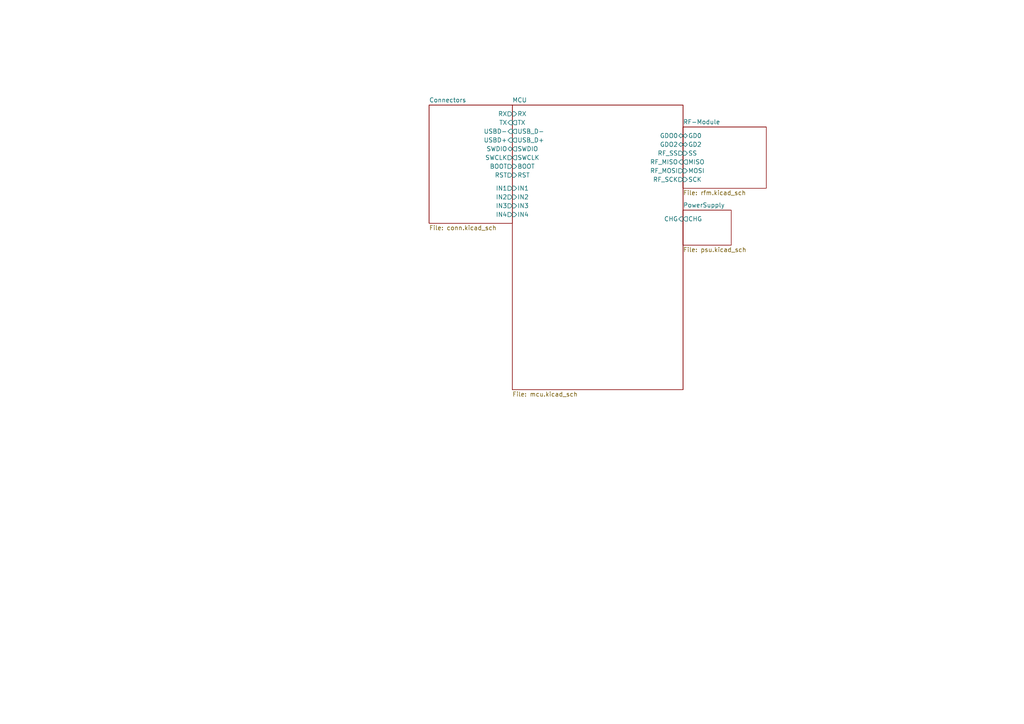
<source format=kicad_sch>
(kicad_sch (version 20211123) (generator eeschema)
  (paper "A4")
  (lib_symbols)
  (sheet (at 148.59 30.48) (size 49.53 82.55) (stroke (width 0.1524))
    (property "Sheet name" "MCU" (at 148.59 29.7684 0) (effects (justify left bottom)))
    (property "Sheet file" "mcu.kicad_sch" (at 148.59 113.6146 0) (effects (justify left top)))
    (pin "USB_D-" output (at 148.59 38.1 180))
    (pin "SWDIO" output (at 148.59 43.18 180))
    (pin "SWCLK" output (at 148.59 45.72 180))
    (pin "USB_D+" output (at 148.59 40.64 180))
    (pin "RF_SS" output (at 198.12 44.45 0))
    (pin "GDO2" bidirectional (at 198.12 41.91 0))
    (pin "RF_SCK" output (at 198.12 52.07 0))
    (pin "RF_MISO" input (at 198.12 46.99 0))
    (pin "RF_MOSI" output (at 198.12 49.53 0))
    (pin "TX" output (at 148.59 35.56 180))
    (pin "RX" input (at 148.59 33.02 180))
    (pin "GDO0" bidirectional (at 198.12 39.37 0))
    (pin "RST" input (at 148.59 50.8 180))
    (pin "BOOT" input (at 148.59 48.26 180))
    (pin "IN4" input (at 148.59 62.23 180))
    (pin "IN3" input (at 148.59 59.69 180))
    (pin "IN2" input (at 148.59 57.15 180))
    (pin "IN1" input (at 148.59 54.61 180))
    (pin "CHG" input (at 198.12 63.5 0))
  )
  (sheet (at 124.46 30.48) (size 24.13 34.29) (stroke (width 0.1524))
    (property "Sheet name" "Connectors" (at 124.46 29.7684 0) (effects (justify left bottom)))
    (property "Sheet file" "conn.kicad_sch" (at 124.46 65.3546 0) (effects (justify left top)))
    (pin "USBD-" input (at 148.59 38.1 0))
    (pin "RX" output (at 148.59 33.02 0))
    (pin "BOOT" output (at 148.59 48.26 0))
    (pin "TX" input (at 148.59 35.56 0))
    (pin "USBD+" input (at 148.59 40.64 0))
    (pin "SWDIO" bidirectional (at 148.59 43.18 0))
    (pin "RST" output (at 148.59 50.8 0))
    (pin "SWCLK" output (at 148.59 45.72 0))
    (pin "IN1" output (at 148.59 54.61 0))
    (pin "IN2" output (at 148.59 57.15 0))
    (pin "IN4" output (at 148.59 62.23 0))
    (pin "IN3" output (at 148.59 59.69 0))
  )
  (sheet (at 198.12 36.83) (size 24.13 17.78) (stroke (width 0.1524))
    (property "Sheet name" "RF-Module" (at 198.12 36.1184 0) (effects (justify left bottom)))
    (property "Sheet file" "rfm.kicad_sch" (at 198.12 55.1946 0) (effects (justify left top)))
    (pin "SS" input (at 198.12 44.45 180))
    (pin "MISO" output (at 198.12 46.99 180))
    (pin "GD2" bidirectional (at 198.12 41.91 180))
    (pin "GD0" bidirectional (at 198.12 39.37 180))
    (pin "MOSI" input (at 198.12 49.53 180))
    (pin "SCK" input (at 198.12 52.07 180))
  )
  (sheet (at 198.12 60.96) (size 13.97 10.16) (stroke (width 0.1524))
    (property "Sheet name" "PowerSupply" (at 198.12 60.2484 0) (effects (justify left bottom)))
    (property "Sheet file" "psu.kicad_sch" (at 198.12 71.7046 0) (effects (justify left top)))
    (pin "CHG" output (at 198.12 63.5 180))
  )
)
</source>
